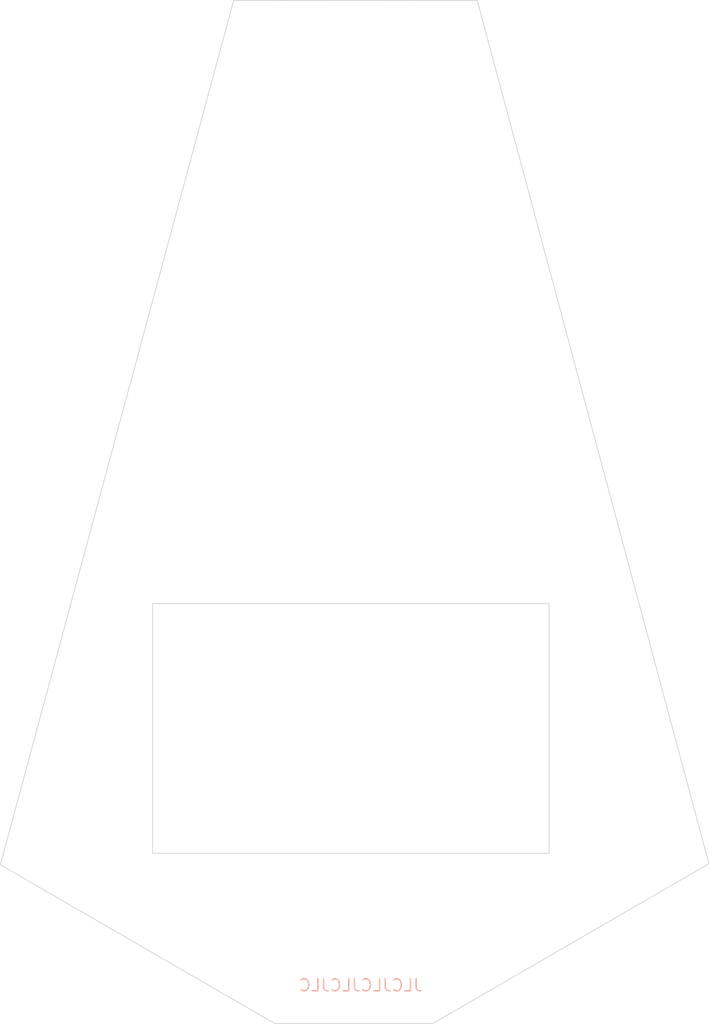
<source format=kicad_pcb>
(kicad_pcb (version 20240108) (generator "pcbnew") (generator_version "8.0")
  (layers (0 "F.Cu" signal) (31 "B.Cu" signal) (34 "B.Paste" user) (35 "F.Paste" user) (36 "B.SilkS" user "B.Silkscreen") (37 "F.SilkS" user "F.Silkscreen") (38 "B.Mask" user) (39 "F.Mask" user) (44 "Edge.Cuts" user))
  (net 0 "")
  (footprint "MountingHole:MountingHole_2.2mm_M2" (layer "F.Cu") (at 136.267643 104.356038)
    (property "Reference" "REF**" (hide yes))
    (property "Value" "MountingHole_2.2mm_M2" (hide yes))
    (pad "" np_thru_hole circle (at 0 0) (size 2.2 2.2) (drill 2.2) (layers "F&B.Cu" "*.Mask"))
  )
  (footprint "MountingHole:MountingHole_2.2mm_M2" (layer "F.Cu") (at 131.517643 126.35604)
    (property "Reference" "REF**" (hide yes))
    (property "Value" "MountingHole_2.2mm_M2" (hide yes))
    (pad "" np_thru_hole circle (at 0 0) (size 2.2 2.2) (drill 2.2) (layers "F&B.Cu" "*.Mask"))
  )
  (footprint "MountingHole:MountingHole_2.2mm_M2" (layer "F.Cu") (at 160.26764 104.356042)
    (property "Reference" "REF**" (hide yes))
    (property "Value" "MountingHole_2.2mm_M2" (hide yes))
    (pad "" np_thru_hole circle (at 0 0) (size 2.2 2.2) (drill 2.2) (layers "F&B.Cu" "*.Mask"))
  )
  (footprint "MountingHole:MountingHole_2.2mm_M2" (layer "F.Cu") (at 165.017642 126.356034)
    (property "Reference" "REF**" (hide yes))
    (property "Value" "MountingHole_2.2mm_M2" (hide yes))
    (pad "" np_thru_hole circle (at 0 0) (size 2.2 2.2) (drill 2.2) (layers "F&B.Cu" "*.Mask"))
  )
  (gr_line (start 156.43 74.94) (end 140.19 74.93) (stroke (width 0.05)) (layer "Edge.Cuts"))
  (gr_line (start 140.19 74.93) (end 124.636111 132.501988) (stroke (width 0.05)) (layer "Edge.Cuts"))
  (gr_line (start 171.873889 132.431988) (end 156.43 74.94) (stroke (width 0.05)) (layer "Edge.Cuts"))
  (gr_rect (start 134.78 115.11) (end 161.22 131.74) (stroke (width 0.05)) (fill none) (layer "Edge.Cuts"))
  (gr_line (start 142.938887 143.080648) (end 153.46 143.08) (stroke (width 0.05)) (layer "Edge.Cuts"))
  (gr_line (start 124.636111 132.501988) (end 142.938887 143.080648) (stroke (width 0.05)) (layer "Edge.Cuts"))
  (gr_line (start 153.46 143.08) (end 171.873889 132.431988) (stroke (width 0.05)) (layer "Edge.Cuts"))
  (gr_text "JLCJLCJLCJLC" (at 148.66 141 -0) (layer "B.SilkS") (effects (font (size 0.8 0.8) (thickness 0.1)) (justify bottom mirror)))
)
</source>
